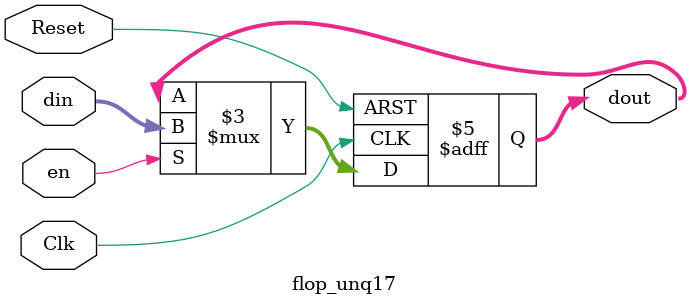
<source format=sv>

/* *****************************************************************************
 * File: flop.vp
 * 
 * Description:
 * Genesis2 flip-flop generator.
 * 
 * Required Genesis2 Controlable Parameters:
 * * Type		- Constant, Flop, RFlop, EFlop, or REFlop
 * * Width		- integer value specifying register width
 * * Default		- default value for the flop 
 *			 (only applies when flop_type=constant|rflop|reflop)
 * * SyncMode		- Sync or ASync flop * Change bar:
 * 
 * 
 * -----------
 * Date          Author   Description
 * Mar 30, 2010  shacham  init version  --  
 * May 20, 2014  jingpu   Add Async mode, change to active low reset
 * 
 * ****************************************************************************/


/*******************************************************************************
 * REQUIRED PARAMETERIZATION
 ******************************************************************************/
// Type (_GENESIS2_INHERITANCE_PRIORITY_) = REFlop
//
// Default (_GENESIS2_INHERITANCE_PRIORITY_) = 0
//
// Width (_GENESIS2_INHERITANCE_PRIORITY_) = 3
//
// SyncMode (_GENESIS2_DECLARATION_PRIORITY_) = ASync
//

module flop_unq17(
	       //inputs
	       input wire logic 		   Clk,
	       input wire logic [2:0]  din,
	       input wire logic 		   Reset,
	       input wire logic 		   en,

	       //outputs
	       output logic [2:0] dout
	       );


   /* synopsys dc_tcl_script_begin
    set_dont_retime [current_design] true
    set_optimize_registers false -design [current_design]
    */
   


   
   always_ff @(posedge Clk or negedge Reset) begin
      if (!Reset) 
	dout <= 3'h0;
      else if (en)
	dout <= din;
   end

endmodule : flop_unq17

</source>
